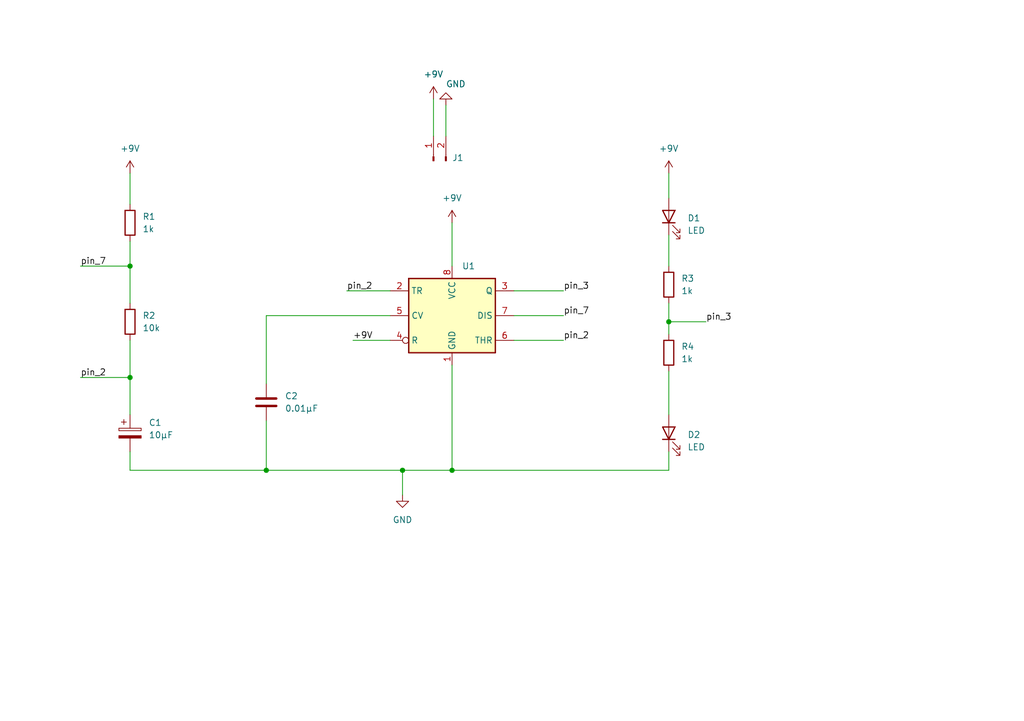
<source format=kicad_sch>
(kicad_sch (version 20211123) (generator eeschema)
  (paper "A5")
  (title_block (title "555 Timer Circuit"))
  (lib_symbols
    (symbol "Connector:Conn_01x02_Male" (pin_names (offset 1.016) hide)
      (property "Reference" "J" (at 0 2.54 0))
      (property "Value" "Conn_01x02_Male" (at 0 -5.08 0))
      (symbol "Conn_01x02_Male_1_1"
        (polyline (pts (xy 1.27 -2.54) (xy 0.8636 -2.54)) (stroke (width 0.1524)))
        (polyline (pts (xy 1.27 0) (xy 0.8636 0)) (stroke (width 0.1524)))
        (rectangle (start 0.8636 -2.413) (end 0 -2.667) (stroke (width 0.1524)) (fill (type outline)))
        (rectangle (start 0.8636 0.127) (end 0 -0.127) (stroke (width 0.1524)) (fill (type outline)))
        (pin passive line (at 5.08 0 180) (length 3.81) (name "Pin_1") (number "1"))
        (pin passive line (at 5.08 -2.54 180) (length 3.81) (name "Pin_2") (number "2"))
      )
    )
    (symbol "Device:C" (pin_numbers hide) (pin_names (offset 0.254))
      (property "Reference" "C" (at 0.635 2.54 0))
      (property "Value" "C" (at 0.635 -2.54 0))
      (symbol "C_0_1"
        (polyline (pts (xy -2.032 -0.762) (xy 2.032 -0.762)) (stroke (width 0.508)))
        (polyline (pts (xy -2.032 0.762) (xy 2.032 0.762)) (stroke (width 0.508)))
      )
      (symbol "C_1_1"
        (pin passive line (at 0 3.81 270) (length 2.794) (name "~") (number "1"))
        (pin passive line (at 0 -3.81 90) (length 2.794) (name "~") (number "2"))
      )
    )
    (symbol "Device:C_Polarized" (pin_numbers hide) (pin_names (offset 0.254))
      (property "Reference" "C" (at 0.635 2.54 0))
      (property "Value" "C_Polarized" (at 0.635 -2.54 0))
      (symbol "C_Polarized_0_1"
        (rectangle (start -2.286 0.508) (end 2.286 1.016))
        (polyline (pts (xy -1.778 2.286) (xy -0.762 2.286)))
        (polyline (pts (xy -1.27 2.794) (xy -1.27 1.778)))
        (rectangle (start 2.286 -0.508) (end -2.286 -1.016) (fill (type outline)))
      )
      (symbol "C_Polarized_1_1"
        (pin passive line (at 0 3.81 270) (length 2.794) (name "~") (number "1"))
        (pin passive line (at 0 -3.81 90) (length 2.794) (name "~") (number "2"))
      )
    )
    (symbol "Device:LED" (pin_numbers hide) (pin_names (offset 1.016) hide)
      (property "Reference" "D" (at 0 2.54 0))
      (property "Value" "LED" (at 0 -2.54 0))
      (symbol "LED_0_1"
        (polyline (pts (xy -1.27 -1.27) (xy -1.27 1.27)) (stroke (width 0.254)))
        (polyline (pts (xy -1.27 0) (xy 1.27 0)))
        (polyline (pts (xy 1.27 -1.27) (xy 1.27 1.27) (xy -1.27 0) (xy 1.27 -1.27)) (stroke (width 0.254)))
        (polyline (pts (xy -3.048 -0.762) (xy -4.572 -2.286) (xy -3.81 -2.286) (xy -4.572 -2.286) (xy -4.572 -1.524)))
        (polyline (pts (xy -1.778 -0.762) (xy -3.302 -2.286) (xy -2.54 -2.286) (xy -3.302 -2.286) (xy -3.302 -1.524)))
      )
      (symbol "LED_1_1"
        (pin passive line (at -3.81 0 0) (length 2.54) (name "K") (number "1"))
        (pin passive line (at 3.81 0 180) (length 2.54) (name "A") (number "2"))
      )
    )
    (symbol "Device:R" (pin_numbers hide) (pin_names (offset 0))
      (property "Reference" "R" (at 2.032 0 90))
      (property "Value" "R" (at 0 0 90))
      (symbol "R_0_1"
        (rectangle (start -1.016 -2.54) (end 1.016 2.54) (stroke (width 0.254)))
      )
      (symbol "R_1_1"
        (pin passive line (at 0 3.81 270) (length 1.27) (name "~") (number "1"))
        (pin passive line (at 0 -3.81 90) (length 1.27) (name "~") (number "2"))
      )
    )
    (symbol "Timer:NE555D"
      (property "Reference" "U" (at -10.16 8.89 0))
      (property "Value" "NE555D" (at 2.54 8.89 0))
      (symbol "NE555D_0_0"
        (pin power_in line (at 0 -10.16 90) (length 2.54) (name "GND") (number "1"))
        (pin power_in line (at 0 10.16 270) (length 2.54) (name "VCC") (number "8"))
      )
      (symbol "NE555D_0_1"
        (rectangle (start -8.89 -7.62) (end 8.89 7.62) (stroke (width 0.254)) (fill (type background)))
        (rectangle (start -8.89 -7.62) (end 8.89 7.62) (stroke (width 0.254)) (fill (type background)))
      )
      (symbol "NE555D_1_1"
        (pin input line (at -12.7 5.08 0) (length 3.81) (name "TR") (number "2"))
        (pin output line (at 12.7 5.08 180) (length 3.81) (name "Q") (number "3"))
        (pin input inverted (at -12.7 -5.08 0) (length 3.81) (name "R") (number "4"))
        (pin input line (at -12.7 0 0) (length 3.81) (name "CV") (number "5"))
        (pin input line (at 12.7 -5.08 180) (length 3.81) (name "THR") (number "6"))
        (pin input line (at 12.7 0 180) (length 3.81) (name "DIS") (number "7"))
      )
    )
    (symbol "power:+9V" (power) (pin_names (offset 0))
      (property "Value" "+9V" (at 0 3.556 0))
      (symbol "+9V_0_1"
        (polyline (pts (xy -0.762 1.27) (xy 0 2.54)))
        (polyline (pts (xy 0 0) (xy 0 2.54)))
        (polyline (pts (xy 0 2.54) (xy 0.762 1.27)))
      )
      (symbol "+9V_1_1"
        (pin power_in line (at 0 0 90) (length 0) hide (name "+9V") (number "1"))
      )
    )
    (symbol "power:GND" (power) (pin_names (offset 0))
      (property "Value" "GND" (at 0 -3.81 0))
      (symbol "GND_0_1"
        (polyline (pts (xy 0 0) (xy 0 -1.27) (xy 1.27 -1.27) (xy 0 -2.54) (xy -1.27 -1.27) (xy 0 -1.27)))
      )
      (symbol "GND_1_1"
        (pin power_in line (at 0 0 270) (length 0) hide (name "GND") (number "1"))
      )
    )
  )
  (junction (at 54.61 96.52))
  (junction (at 137.16 66.04))
  (junction (at 82.55 96.52))
  (junction (at 26.67 54.61))
  (junction (at 92.71 96.52))
  (junction (at 26.67 77.47))
  (wire (pts (xy 82.55 96.52) (xy 92.71 96.52)))
  (wire (pts (xy 26.67 92.71) (xy 26.67 96.52)))
  (wire (pts (xy 92.71 45.72) (xy 92.71 54.61)))
  (wire (pts (xy 82.55 96.52) (xy 82.55 101.6)))
  (wire (pts (xy 16.51 54.61) (xy 26.67 54.61)))
  (wire (pts (xy 54.61 78.74) (xy 54.61 64.77)))
  (wire (pts (xy 137.16 66.04) (xy 137.16 68.58)))
  (wire (pts (xy 88.9 20.32) (xy 88.9 27.94)))
  (wire (pts (xy 26.67 96.52) (xy 54.61 96.52)))
  (wire (pts (xy 137.16 35.56) (xy 137.16 40.64)))
  (wire (pts (xy 54.61 96.52) (xy 82.55 96.52)))
  (wire (pts (xy 105.41 59.69) (xy 115.57 59.69)))
  (wire (pts (xy 26.67 69.85) (xy 26.67 77.47)))
  (wire (pts (xy 137.16 48.26) (xy 137.16 54.61)))
  (wire (pts (xy 137.16 66.04) (xy 144.78 66.04)))
  (wire (pts (xy 137.16 62.23) (xy 137.16 66.04)))
  (wire (pts (xy 26.67 35.56) (xy 26.67 41.91)))
  (wire (pts (xy 137.16 96.52) (xy 137.16 92.71)))
  (wire (pts (xy 92.71 96.52) (xy 137.16 96.52)))
  (wire (pts (xy 92.71 74.93) (xy 92.71 96.52)))
  (wire (pts (xy 26.67 77.47) (xy 26.67 85.09)))
  (wire (pts (xy 105.41 64.77) (xy 115.57 64.77)))
  (wire (pts (xy 91.44 21.59) (xy 91.44 27.94)))
  (wire (pts (xy 54.61 86.36) (xy 54.61 96.52)))
  (wire (pts (xy 54.61 64.77) (xy 80.01 64.77)))
  (wire (pts (xy 71.12 59.69) (xy 80.01 59.69)))
  (wire (pts (xy 105.41 69.85) (xy 115.57 69.85)))
  (wire (pts (xy 26.67 54.61) (xy 26.67 62.23)))
  (wire (pts (xy 16.51 77.47) (xy 26.67 77.47)))
  (wire (pts (xy 137.16 76.2) (xy 137.16 85.09)))
  (wire (pts (xy 26.67 49.53) (xy 26.67 54.61)))
  (wire (pts (xy 72.39 69.85) (xy 80.01 69.85)))
  (label "pin_3" (at 144.78 66.04 0))
  (label "+9V" (at 72.39 69.85 0))
  (label "pin_2" (at 71.12 59.69 0))
  (label "pin_3" (at 115.57 59.69 0))
  (label "pin_2" (at 16.51 77.47 0))
  (label "pin_7" (at 115.57 64.77 0))
  (label "pin_7" (at 16.51 54.61 0))
  (label "pin_2" (at 115.57 69.85 0))
  (symbol (lib_id "Device:LED") (at 137.16 88.9 90) (unit 1)
    (property "Reference" "D2" (at 140.97 89.2174 90) (effects (justify right)))
    (property "Value" "LED" (at 140.97 91.7574 90) (effects (justify right)))
  )
  (symbol (lib_id "power:GND") (at 91.44 21.59 180) (unit 1)
    (property "Reference" "#PWR02" (effects hide))
    (property "Value" "GND" (at 91.44 16.51 0) (effects (justify right bottom)))
  )
  (symbol (lib_id "Device:C") (at 54.61 82.55 0) (unit 1)
    (property "Reference" "C2" (at 58.42 81.2799 0) (effects (justify left)))
    (property "Value" "0.01µF" (at 58.42 83.8199 0) (effects (justify left)))
  )
  (symbol (lib_id "power:+9V") (at 88.9 20.32 0) (unit 1)
    (property "Reference" "#PWR01" (effects hide))
    (property "Value" "+9V" (at 88.9 15.24 0))
  )
  (symbol (lib_id "Timer:NE555D") (at 92.71 64.77 0) (unit 1)
    (property "Reference" "U1" (at 94.7294 54.61 0) (effects (justify left)))
    (property "Value" "NE555D" (effects hide))
    (property "Footprint" "Package_SO:SOIC-8_3.9x4.9mm_P1.27mm" (effects hide))
    (property "Datasheet" "http://www.ti.com/lit/ds/symlink/ne555.pdf" (effects hide))
  )
  (symbol (lib_id "Device:R") (at 137.16 58.42 0) (unit 1)
    (property "Reference" "R3" (at 139.7 57.1499 0) (effects (justify left)))
    (property "Value" "1k" (at 139.7 59.6899 0) (effects (justify left)))
  )
  (symbol (lib_id "Connector:Conn_01x02_Male") (at 88.9 33.02 90) (unit 1)
    (property "Reference" "J1" (at 92.71 32.3849 90) (effects (justify right)))
    (property "Value" "Conn_01x02_Male" (effects hide))
  )
  (symbol (lib_id "power:+9V") (at 137.16 35.56 0) (unit 1)
    (property "Reference" "#PWR04" (effects hide))
    (property "Value" "+9V" (at 137.16 30.48 0))
  )
  (symbol (lib_id "power:+9V") (at 26.67 35.56 0) (unit 1)
    (property "Reference" "#PWR03" (effects hide))
    (property "Value" "+9V" (at 26.67 30.48 0))
  )
  (symbol (lib_id "Device:R") (at 137.16 72.39 0) (unit 1)
    (property "Reference" "R4" (at 139.7 71.1199 0) (effects (justify left)))
    (property "Value" "1k" (at 139.7 73.6599 0) (effects (justify left)))
  )
  (symbol (lib_id "Device:R") (at 26.67 66.04 0) (unit 1)
    (property "Reference" "R2" (at 29.21 64.7699 0) (effects (justify left)))
    (property "Value" "10k" (at 29.21 67.3099 0) (effects (justify left)))
  )
  (symbol (lib_id "Device:LED") (at 137.16 44.45 90) (unit 1)
    (property "Reference" "D1" (at 140.97 44.7674 90) (effects (justify right)))
    (property "Value" "LED" (at 140.97 47.3074 90) (effects (justify right)))
  )
  (symbol (lib_id "Device:R") (at 26.67 45.72 0) (unit 1)
    (property "Reference" "R1" (at 29.21 44.4499 0) (effects (justify left)))
    (property "Value" "1k" (at 29.21 46.9899 0) (effects (justify left)))
  )
  (symbol (lib_id "power:GND") (at 82.55 101.6 0) (unit 1)
    (property "Reference" "#PWR06" (effects hide))
    (property "Value" "GND" (at 82.55 106.68 0))
  )
  (symbol (lib_id "power:+9V") (at 92.71 45.72 0) (unit 1)
    (property "Reference" "#PWR05" (effects hide))
    (property "Value" "+9V" (at 92.71 40.64 0))
  )
  (symbol (lib_id "Device:C_Polarized") (at 26.67 88.9 0) (unit 1)
    (property "Reference" "C1" (at 30.48 86.7409 0) (effects (justify left)))
    (property "Value" "10µF" (at 30.48 89.2809 0) (effects (justify left)))
  )
)
</source>
